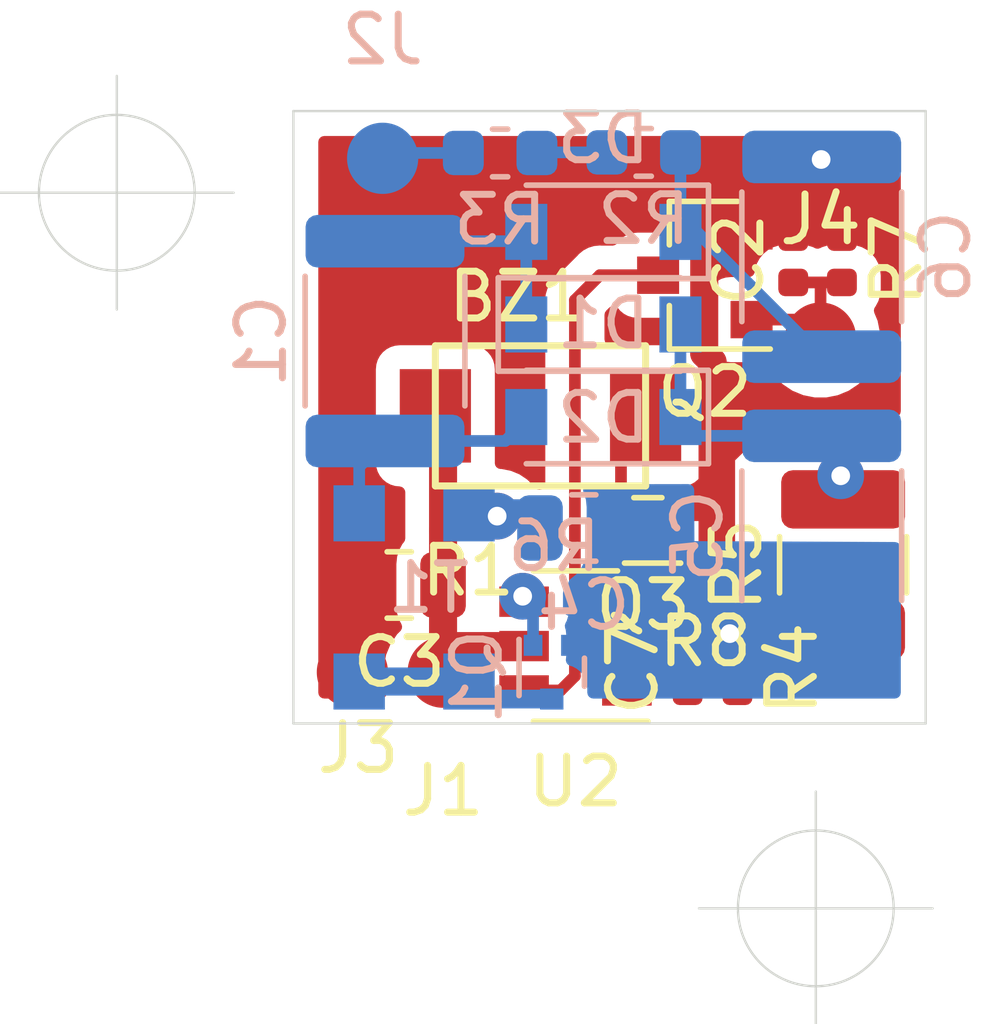
<source format=kicad_pcb>
(kicad_pcb (version 20171130) (host pcbnew 5.1.9+dfsg1-1~bpo10+1)

  (general
    (thickness 1.6)
    (drawings 6)
    (tracks 93)
    (zones 0)
    (modules 28)
    (nets 17)
  )

  (page A4 portrait)
  (layers
    (0 F.Cu signal)
    (31 B.Cu signal)
    (32 B.Adhes user)
    (33 F.Adhes user)
    (34 B.Paste user)
    (35 F.Paste user)
    (36 B.SilkS user)
    (37 F.SilkS user)
    (38 B.Mask user)
    (39 F.Mask user)
    (40 Dwgs.User user)
    (41 Cmts.User user)
    (42 Eco1.User user)
    (43 Eco2.User user)
    (44 Edge.Cuts user)
    (45 Margin user hide)
    (46 B.CrtYd user hide)
    (47 F.CrtYd user hide)
    (48 B.Fab user)
    (49 F.Fab user hide)
  )

  (setup
    (last_trace_width 0.25)
    (trace_clearance 0.2)
    (zone_clearance 0.508)
    (zone_45_only no)
    (trace_min 0.2)
    (via_size 0.8)
    (via_drill 0.4)
    (via_min_size 0.4)
    (via_min_drill 0.3)
    (uvia_size 0.3)
    (uvia_drill 0.1)
    (uvias_allowed no)
    (uvia_min_size 0.2)
    (uvia_min_drill 0.1)
    (edge_width 0.05)
    (segment_width 0.2)
    (pcb_text_width 0.3)
    (pcb_text_size 1.5 1.5)
    (mod_edge_width 0.12)
    (mod_text_size 1 1)
    (mod_text_width 0.15)
    (pad_size 1.524 1.524)
    (pad_drill 0.762)
    (pad_to_mask_clearance 0)
    (aux_axis_origin 0 0)
    (visible_elements FFFFFF7F)
    (pcbplotparams
      (layerselection 0x010fc_ffffffff)
      (usegerberextensions false)
      (usegerberattributes true)
      (usegerberadvancedattributes true)
      (creategerberjobfile true)
      (excludeedgelayer true)
      (linewidth 0.100000)
      (plotframeref false)
      (viasonmask false)
      (mode 1)
      (useauxorigin false)
      (hpglpennumber 1)
      (hpglpenspeed 20)
      (hpglpendiameter 15.000000)
      (psnegative false)
      (psa4output false)
      (plotreference true)
      (plotvalue true)
      (plotinvisibletext false)
      (padsonsilk false)
      (subtractmaskfromsilk false)
      (outputformat 1)
      (mirror false)
      (drillshape 1)
      (scaleselection 1)
      (outputdirectory ""))
  )

  (net 0 "")
  (net 1 GND)
  (net 2 "Net-(C1-Pad1)")
  (net 3 "Net-(C2-Pad1)")
  (net 4 +3V3)
  (net 5 "Net-(C4-Pad1)")
  (net 6 "Net-(C5-Pad1)")
  (net 7 "Net-(C6-Pad1)")
  (net 8 "Net-(C7-Pad1)")
  (net 9 "Net-(J2-Pad1)")
  (net 10 "Net-(Q1-Pad1)")
  (net 11 "Net-(Q1-Pad3)")
  (net 12 "Net-(C1-Pad2)")
  (net 13 "Net-(R2-Pad1)")
  (net 14 "Net-(Q2-Pad3)")
  (net 15 "Net-(Q3-Pad1)")
  (net 16 "Net-(BZ1-Pad2)")

  (net_class Default "This is the default net class."
    (clearance 0.2)
    (trace_width 0.25)
    (via_dia 0.8)
    (via_drill 0.4)
    (uvia_dia 0.3)
    (uvia_drill 0.1)
    (add_net +3V3)
    (add_net GND)
    (add_net "Net-(BZ1-Pad2)")
    (add_net "Net-(C1-Pad1)")
    (add_net "Net-(C1-Pad2)")
    (add_net "Net-(C2-Pad1)")
    (add_net "Net-(C4-Pad1)")
    (add_net "Net-(C5-Pad1)")
    (add_net "Net-(C6-Pad1)")
    (add_net "Net-(C7-Pad1)")
    (add_net "Net-(J2-Pad1)")
    (add_net "Net-(Q1-Pad1)")
    (add_net "Net-(Q1-Pad3)")
    (add_net "Net-(Q2-Pad3)")
    (add_net "Net-(Q3-Pad1)")
    (add_net "Net-(R2-Pad1)")
  )

  (module My-library:BuzerSMD (layer F.Cu) (tedit 604F1C23) (tstamp 624D5164)
    (at 37.0586 49.1236 180)
    (path /62548A5C)
    (fp_text reference BZ1 (at 0.5 2.55) (layer F.SilkS)
      (effects (font (size 1 1) (thickness 0.15)))
    )
    (fp_text value Buzzer (at -0.05 -2.45) (layer F.Fab)
      (effects (font (size 1 1) (thickness 0.15)))
    )
    (fp_line (start -2.25 1.5) (end -2.25 -1.5) (layer F.SilkS) (width 0.15))
    (fp_line (start 2.25 1.5) (end -2.25 1.5) (layer F.SilkS) (width 0.15))
    (fp_line (start 2.25 -1.5) (end 2.25 1.5) (layer F.SilkS) (width 0.15))
    (fp_line (start -2.25 -1.5) (end 2.25 -1.5) (layer F.SilkS) (width 0.15))
    (pad 2 smd rect (at -2.25 0 180) (size 1.524 2) (layers F.Cu F.Paste F.Mask)
      (net 16 "Net-(BZ1-Pad2)"))
    (pad 1 smd rect (at 2.25 0 180) (size 1.524 2) (layers F.Cu F.Paste F.Mask)
      (net 4 +3V3))
  )

  (module My-library:SMD-CONN (layer F.Cu) (tedit 5F4E134D) (tstamp 617C1B3C)
    (at 34.9758 54.61)
    (path /6189986E)
    (fp_text reference J1 (at 0 2.54) (layer F.SilkS)
      (effects (font (size 1 1) (thickness 0.15)))
    )
    (fp_text value +BAT (at 0 -2.54) (layer F.Fab)
      (effects (font (size 1 1) (thickness 0.15)))
    )
    (pad 1 smd circle (at 0 0) (size 1.524 1.524) (layers F.Cu F.Paste F.Mask)
      (net 4 +3V3))
  )

  (module Resistor_SMD:R_0402_1005Metric (layer F.Cu) (tedit 5B301BBD) (tstamp 624C0FFD)
    (at 40.5892 52.7812 180)
    (descr "Resistor SMD 0402 (1005 Metric), square (rectangular) end terminal, IPC_7351 nominal, (Body size source: http://www.tortai-tech.com/upload/download/2011102023233369053.pdf), generated with kicad-footprint-generator")
    (tags resistor)
    (path /624FE8AB)
    (attr smd)
    (fp_text reference R8 (at 0 -1.17) (layer F.SilkS)
      (effects (font (size 1 1) (thickness 0.15)))
    )
    (fp_text value 100k (at 0 1.17) (layer F.Fab)
      (effects (font (size 1 1) (thickness 0.15)))
    )
    (fp_line (start 0.93 0.47) (end -0.93 0.47) (layer F.CrtYd) (width 0.05))
    (fp_line (start 0.93 -0.47) (end 0.93 0.47) (layer F.CrtYd) (width 0.05))
    (fp_line (start -0.93 -0.47) (end 0.93 -0.47) (layer F.CrtYd) (width 0.05))
    (fp_line (start -0.93 0.47) (end -0.93 -0.47) (layer F.CrtYd) (width 0.05))
    (fp_line (start 0.5 0.25) (end -0.5 0.25) (layer F.Fab) (width 0.1))
    (fp_line (start 0.5 -0.25) (end 0.5 0.25) (layer F.Fab) (width 0.1))
    (fp_line (start -0.5 -0.25) (end 0.5 -0.25) (layer F.Fab) (width 0.1))
    (fp_line (start -0.5 0.25) (end -0.5 -0.25) (layer F.Fab) (width 0.1))
    (fp_text user %R (at 0 0) (layer F.Fab)
      (effects (font (size 0.25 0.25) (thickness 0.04)))
    )
    (pad 2 smd roundrect (at 0.485 0 180) (size 0.59 0.64) (layers F.Cu F.Paste F.Mask) (roundrect_rratio 0.25)
      (net 15 "Net-(Q3-Pad1)"))
    (pad 1 smd roundrect (at -0.485 0 180) (size 0.59 0.64) (layers F.Cu F.Paste F.Mask) (roundrect_rratio 0.25)
      (net 1 GND))
    (model ${KISYS3DMOD}/Resistor_SMD.3dshapes/R_0402_1005Metric.wrl
      (at (xyz 0 0 0))
      (scale (xyz 1 1 1))
      (rotate (xyz 0 0 0))
    )
  )

  (module Resistor_SMD:R_0402_1005Metric (layer F.Cu) (tedit 5B301BBD) (tstamp 624EE5A3)
    (at 43.5102 45.7835 270)
    (descr "Resistor SMD 0402 (1005 Metric), square (rectangular) end terminal, IPC_7351 nominal, (Body size source: http://www.tortai-tech.com/upload/download/2011102023233369053.pdf), generated with kicad-footprint-generator")
    (tags resistor)
    (path /624E0B44)
    (attr smd)
    (fp_text reference R7 (at 0 -1.17 90) (layer F.SilkS)
      (effects (font (size 1 1) (thickness 0.15)))
    )
    (fp_text value 10k (at 0 1.17 90) (layer F.Fab)
      (effects (font (size 1 1) (thickness 0.15)))
    )
    (fp_line (start 0.93 0.47) (end -0.93 0.47) (layer F.CrtYd) (width 0.05))
    (fp_line (start 0.93 -0.47) (end 0.93 0.47) (layer F.CrtYd) (width 0.05))
    (fp_line (start -0.93 -0.47) (end 0.93 -0.47) (layer F.CrtYd) (width 0.05))
    (fp_line (start -0.93 0.47) (end -0.93 -0.47) (layer F.CrtYd) (width 0.05))
    (fp_line (start 0.5 0.25) (end -0.5 0.25) (layer F.Fab) (width 0.1))
    (fp_line (start 0.5 -0.25) (end 0.5 0.25) (layer F.Fab) (width 0.1))
    (fp_line (start -0.5 -0.25) (end 0.5 -0.25) (layer F.Fab) (width 0.1))
    (fp_line (start -0.5 0.25) (end -0.5 -0.25) (layer F.Fab) (width 0.1))
    (fp_text user %R (at 0 0 90) (layer F.Fab)
      (effects (font (size 0.25 0.25) (thickness 0.04)))
    )
    (pad 2 smd roundrect (at 0.485 0 270) (size 0.59 0.64) (layers F.Cu F.Paste F.Mask) (roundrect_rratio 0.25)
      (net 3 "Net-(C2-Pad1)"))
    (pad 1 smd roundrect (at -0.485 0 270) (size 0.59 0.64) (layers F.Cu F.Paste F.Mask) (roundrect_rratio 0.25)
      (net 1 GND))
    (model ${KISYS3DMOD}/Resistor_SMD.3dshapes/R_0402_1005Metric.wrl
      (at (xyz 0 0 0))
      (scale (xyz 1 1 1))
      (rotate (xyz 0 0 0))
    )
  )

  (module Package_TO_SOT_SMD:SOT-723 (layer F.Cu) (tedit 5A29D5F9) (tstamp 624C0F2B)
    (at 39.3573 51.5747 180)
    (descr http://toshiba.semicon-storage.com/info/docget.jsp?did=5879&prodName=RN1104MFV)
    (tags "sot 723")
    (path /624FC070)
    (attr smd)
    (fp_text reference Q3 (at 0.1 -1.6) (layer F.SilkS)
      (effects (font (size 1 1) (thickness 0.15)))
    )
    (fp_text value RUM002N05 (at 0 1.75) (layer F.Fab)
      (effects (font (size 1 1) (thickness 0.15)))
    )
    (fp_line (start -0.9 -0.9) (end -0.9 -0.9) (layer F.CrtYd) (width 0.05))
    (fp_line (start -0.9 0.9) (end -0.9 -0.9) (layer F.CrtYd) (width 0.05))
    (fp_line (start 0.9 0.9) (end -0.9 0.9) (layer F.CrtYd) (width 0.05))
    (fp_line (start 0.9 -0.9) (end 0.9 0.9) (layer F.CrtYd) (width 0.05))
    (fp_line (start -0.9 -0.9) (end 0.9 -0.9) (layer F.CrtYd) (width 0.05))
    (fp_line (start 0.3 0.7) (end -0.3 0.7) (layer F.SilkS) (width 0.12))
    (fp_line (start -0.7 -0.7) (end -0.7 -0.7) (layer F.SilkS) (width 0.12))
    (fp_line (start 0.5 -0.7) (end -0.7 -0.7) (layer F.SilkS) (width 0.12))
    (fp_line (start -0.1 -0.6) (end 0.4 -0.6) (layer F.Fab) (width 0.1))
    (fp_line (start -0.4 -0.3) (end -0.1 -0.6) (layer F.Fab) (width 0.1))
    (fp_line (start -0.4 0.6) (end -0.4 -0.3) (layer F.Fab) (width 0.1))
    (fp_line (start 0.4 0.6) (end -0.4 0.6) (layer F.Fab) (width 0.1))
    (fp_line (start 0.4 -0.6) (end 0.4 0.6) (layer F.Fab) (width 0.1))
    (fp_text user %R (at 0 0 90) (layer F.Fab)
      (effects (font (size 0.2 0.2) (thickness 0.03)))
    )
    (pad 3 smd rect (at 0.575 0 180) (size 0.45 0.5) (layers F.Cu F.Paste F.Mask)
      (net 16 "Net-(BZ1-Pad2)"))
    (pad 2 smd rect (at -0.575 0.4 180) (size 0.45 0.4) (layers F.Cu F.Paste F.Mask)
      (net 1 GND))
    (pad 1 smd rect (at -0.575 -0.4 180) (size 0.45 0.4) (layers F.Cu F.Paste F.Mask)
      (net 15 "Net-(Q3-Pad1)"))
    (model ${KISYS3DMOD}/Package_TO_SOT_SMD.3dshapes/SOT-723.wrl
      (at (xyz 0 0 0))
      (scale (xyz 1 1 1))
      (rotate (xyz 0 0 0))
    )
  )

  (module Package_TO_SOT_SMD:SOT-23 (layer F.Cu) (tedit 5A02FF57) (tstamp 624EE5DF)
    (at 40.5765 46.1137 180)
    (descr "SOT-23, Standard")
    (tags SOT-23)
    (path /624E03F2)
    (attr smd)
    (fp_text reference Q2 (at 0 -2.5) (layer F.SilkS)
      (effects (font (size 1 1) (thickness 0.15)))
    )
    (fp_text value Q_NPN_BEC (at 0 2.5) (layer F.Fab)
      (effects (font (size 1 1) (thickness 0.15)))
    )
    (fp_line (start 0.76 1.58) (end -0.7 1.58) (layer F.SilkS) (width 0.12))
    (fp_line (start 0.76 -1.58) (end -1.4 -1.58) (layer F.SilkS) (width 0.12))
    (fp_line (start -1.7 1.75) (end -1.7 -1.75) (layer F.CrtYd) (width 0.05))
    (fp_line (start 1.7 1.75) (end -1.7 1.75) (layer F.CrtYd) (width 0.05))
    (fp_line (start 1.7 -1.75) (end 1.7 1.75) (layer F.CrtYd) (width 0.05))
    (fp_line (start -1.7 -1.75) (end 1.7 -1.75) (layer F.CrtYd) (width 0.05))
    (fp_line (start 0.76 -1.58) (end 0.76 -0.65) (layer F.SilkS) (width 0.12))
    (fp_line (start 0.76 1.58) (end 0.76 0.65) (layer F.SilkS) (width 0.12))
    (fp_line (start -0.7 1.52) (end 0.7 1.52) (layer F.Fab) (width 0.1))
    (fp_line (start 0.7 -1.52) (end 0.7 1.52) (layer F.Fab) (width 0.1))
    (fp_line (start -0.7 -0.95) (end -0.15 -1.52) (layer F.Fab) (width 0.1))
    (fp_line (start -0.15 -1.52) (end 0.7 -1.52) (layer F.Fab) (width 0.1))
    (fp_line (start -0.7 -0.95) (end -0.7 1.5) (layer F.Fab) (width 0.1))
    (fp_text user %R (at 0 0 90) (layer F.Fab)
      (effects (font (size 0.5 0.5) (thickness 0.075)))
    )
    (pad 3 smd rect (at 1 0 180) (size 0.9 0.8) (layers F.Cu F.Paste F.Mask)
      (net 14 "Net-(Q2-Pad3)"))
    (pad 2 smd rect (at -1 0.95 180) (size 0.9 0.8) (layers F.Cu F.Paste F.Mask)
      (net 1 GND))
    (pad 1 smd rect (at -1 -0.95 180) (size 0.9 0.8) (layers F.Cu F.Paste F.Mask)
      (net 3 "Net-(C2-Pad1)"))
    (model ${KISYS3DMOD}/Package_TO_SOT_SMD.3dshapes/SOT-23.wrl
      (at (xyz 0 0 0))
      (scale (xyz 1 1 1))
      (rotate (xyz 0 0 0))
    )
  )

  (module My-library:SMD-CONN (layer F.Cu) (tedit 5F4E134D) (tstamp 624EE5C3)
    (at 43.053 47.4599 180)
    (path /624E7EDC)
    (fp_text reference J4 (at 0 2.54) (layer F.SilkS)
      (effects (font (size 1 1) (thickness 0.15)))
    )
    (fp_text value -GM (at 0 -2.54) (layer F.Fab)
      (effects (font (size 1 1) (thickness 0.15)))
    )
    (pad 1 smd circle (at 0 0 180) (size 1.524 1.524) (layers F.Cu F.Paste F.Mask)
      (net 3 "Net-(C2-Pad1)"))
  )

  (module Capacitor_SMD:C_0402_1005Metric (layer F.Cu) (tedit 5B301BBE) (tstamp 624EE570)
    (at 42.4688 45.7835 90)
    (descr "Capacitor SMD 0402 (1005 Metric), square (rectangular) end terminal, IPC_7351 nominal, (Body size source: http://www.tortai-tech.com/upload/download/2011102023233369053.pdf), generated with kicad-footprint-generator")
    (tags capacitor)
    (path /624E12F8)
    (attr smd)
    (fp_text reference C2 (at 0 -1.17 90) (layer F.SilkS)
      (effects (font (size 1 1) (thickness 0.15)))
    )
    (fp_text value 200 (at 0 1.17 90) (layer F.Fab)
      (effects (font (size 1 1) (thickness 0.15)))
    )
    (fp_line (start 0.93 0.47) (end -0.93 0.47) (layer F.CrtYd) (width 0.05))
    (fp_line (start 0.93 -0.47) (end 0.93 0.47) (layer F.CrtYd) (width 0.05))
    (fp_line (start -0.93 -0.47) (end 0.93 -0.47) (layer F.CrtYd) (width 0.05))
    (fp_line (start -0.93 0.47) (end -0.93 -0.47) (layer F.CrtYd) (width 0.05))
    (fp_line (start 0.5 0.25) (end -0.5 0.25) (layer F.Fab) (width 0.1))
    (fp_line (start 0.5 -0.25) (end 0.5 0.25) (layer F.Fab) (width 0.1))
    (fp_line (start -0.5 -0.25) (end 0.5 -0.25) (layer F.Fab) (width 0.1))
    (fp_line (start -0.5 0.25) (end -0.5 -0.25) (layer F.Fab) (width 0.1))
    (fp_text user %R (at 0 0 90) (layer F.Fab)
      (effects (font (size 0.25 0.25) (thickness 0.04)))
    )
    (pad 2 smd roundrect (at 0.485 0 90) (size 0.59 0.64) (layers F.Cu F.Paste F.Mask) (roundrect_rratio 0.25)
      (net 1 GND))
    (pad 1 smd roundrect (at -0.485 0 90) (size 0.59 0.64) (layers F.Cu F.Paste F.Mask) (roundrect_rratio 0.25)
      (net 3 "Net-(C2-Pad1)"))
    (model ${KISYS3DMOD}/Capacitor_SMD.3dshapes/C_0402_1005Metric.wrl
      (at (xyz 0 0 0))
      (scale (xyz 1 1 1))
      (rotate (xyz 0 0 0))
    )
  )

  (module Resistor_SMD:R_0402_1005Metric (layer B.Cu) (tedit 5B301BBD) (tstamp 61B87E15)
    (at 37.3507 53.086 180)
    (descr "Resistor SMD 0402 (1005 Metric), square (rectangular) end terminal, IPC_7351 nominal, (Body size source: http://www.tortai-tech.com/upload/download/2011102023233369053.pdf), generated with kicad-footprint-generator")
    (tags resistor)
    (path /61B88C26)
    (attr smd)
    (fp_text reference R6 (at 0 1.17) (layer B.SilkS)
      (effects (font (size 1 1) (thickness 0.15)) (justify mirror))
    )
    (fp_text value 100k (at 0 -1.17) (layer B.Fab)
      (effects (font (size 1 1) (thickness 0.15)) (justify mirror))
    )
    (fp_line (start 0.93 -0.47) (end -0.93 -0.47) (layer B.CrtYd) (width 0.05))
    (fp_line (start 0.93 0.47) (end 0.93 -0.47) (layer B.CrtYd) (width 0.05))
    (fp_line (start -0.93 0.47) (end 0.93 0.47) (layer B.CrtYd) (width 0.05))
    (fp_line (start -0.93 -0.47) (end -0.93 0.47) (layer B.CrtYd) (width 0.05))
    (fp_line (start 0.5 -0.25) (end -0.5 -0.25) (layer B.Fab) (width 0.1))
    (fp_line (start 0.5 0.25) (end 0.5 -0.25) (layer B.Fab) (width 0.1))
    (fp_line (start -0.5 0.25) (end 0.5 0.25) (layer B.Fab) (width 0.1))
    (fp_line (start -0.5 -0.25) (end -0.5 0.25) (layer B.Fab) (width 0.1))
    (fp_text user %R (at 0 0) (layer B.Fab)
      (effects (font (size 0.25 0.25) (thickness 0.04)) (justify mirror))
    )
    (pad 2 smd roundrect (at 0.485 0 180) (size 0.59 0.64) (layers B.Cu B.Paste B.Mask) (roundrect_rratio 0.25)
      (net 10 "Net-(Q1-Pad1)"))
    (pad 1 smd roundrect (at -0.485 0 180) (size 0.59 0.64) (layers B.Cu B.Paste B.Mask) (roundrect_rratio 0.25)
      (net 1 GND))
    (model ${KISYS3DMOD}/Resistor_SMD.3dshapes/R_0402_1005Metric.wrl
      (at (xyz 0 0 0))
      (scale (xyz 1 1 1))
      (rotate (xyz 0 0 0))
    )
  )

  (module Resistor_SMD:R_1210_3225Metric (layer F.Cu) (tedit 5B301BBD) (tstamp 617C1B89)
    (at 43.5356 52.3113 90)
    (descr "Resistor SMD 1210 (3225 Metric), square (rectangular) end terminal, IPC_7351 nominal, (Body size source: http://www.tortai-tech.com/upload/download/2011102023233369053.pdf), generated with kicad-footprint-generator")
    (tags resistor)
    (path /6187C5ED)
    (attr smd)
    (fp_text reference R5 (at 0 -2.28 90) (layer F.SilkS)
      (effects (font (size 1 1) (thickness 0.15)))
    )
    (fp_text value 5G (at 0 2.28 90) (layer F.Fab)
      (effects (font (size 1 1) (thickness 0.15)))
    )
    (fp_line (start 2.28 1.58) (end -2.28 1.58) (layer F.CrtYd) (width 0.05))
    (fp_line (start 2.28 -1.58) (end 2.28 1.58) (layer F.CrtYd) (width 0.05))
    (fp_line (start -2.28 -1.58) (end 2.28 -1.58) (layer F.CrtYd) (width 0.05))
    (fp_line (start -2.28 1.58) (end -2.28 -1.58) (layer F.CrtYd) (width 0.05))
    (fp_line (start -0.602064 1.36) (end 0.602064 1.36) (layer F.SilkS) (width 0.12))
    (fp_line (start -0.602064 -1.36) (end 0.602064 -1.36) (layer F.SilkS) (width 0.12))
    (fp_line (start 1.6 1.25) (end -1.6 1.25) (layer F.Fab) (width 0.1))
    (fp_line (start 1.6 -1.25) (end 1.6 1.25) (layer F.Fab) (width 0.1))
    (fp_line (start -1.6 -1.25) (end 1.6 -1.25) (layer F.Fab) (width 0.1))
    (fp_line (start -1.6 1.25) (end -1.6 -1.25) (layer F.Fab) (width 0.1))
    (fp_text user %R (at 0 0 90) (layer F.Fab)
      (effects (font (size 0.8 0.8) (thickness 0.12)))
    )
    (pad 2 smd roundrect (at 1.4 0 90) (size 1.25 2.65) (layers F.Cu F.Paste F.Mask) (roundrect_rratio 0.2)
      (net 6 "Net-(C5-Pad1)"))
    (pad 1 smd roundrect (at -1.4 0 90) (size 1.25 2.65) (layers F.Cu F.Paste F.Mask) (roundrect_rratio 0.2)
      (net 8 "Net-(C7-Pad1)"))
    (model ${KISYS3DMOD}/Resistor_SMD.3dshapes/R_1210_3225Metric.wrl
      (at (xyz 0 0 0))
      (scale (xyz 1 1 1))
      (rotate (xyz 0 0 0))
    )
  )

  (module Resistor_SMD:R_0402_1005Metric (layer F.Cu) (tedit 5B301BBD) (tstamp 617C1B67)
    (at 41.275 54.5338 270)
    (descr "Resistor SMD 0402 (1005 Metric), square (rectangular) end terminal, IPC_7351 nominal, (Body size source: http://www.tortai-tech.com/upload/download/2011102023233369053.pdf), generated with kicad-footprint-generator")
    (tags resistor)
    (path /6188C9F1)
    (attr smd)
    (fp_text reference R4 (at 0 -1.17 90) (layer F.SilkS)
      (effects (font (size 1 1) (thickness 0.15)))
    )
    (fp_text value 30M* (at 0 1.17 90) (layer F.Fab)
      (effects (font (size 1 1) (thickness 0.15)))
    )
    (fp_line (start 0.93 0.47) (end -0.93 0.47) (layer F.CrtYd) (width 0.05))
    (fp_line (start 0.93 -0.47) (end 0.93 0.47) (layer F.CrtYd) (width 0.05))
    (fp_line (start -0.93 -0.47) (end 0.93 -0.47) (layer F.CrtYd) (width 0.05))
    (fp_line (start -0.93 0.47) (end -0.93 -0.47) (layer F.CrtYd) (width 0.05))
    (fp_line (start 0.5 0.25) (end -0.5 0.25) (layer F.Fab) (width 0.1))
    (fp_line (start 0.5 -0.25) (end 0.5 0.25) (layer F.Fab) (width 0.1))
    (fp_line (start -0.5 -0.25) (end 0.5 -0.25) (layer F.Fab) (width 0.1))
    (fp_line (start -0.5 0.25) (end -0.5 -0.25) (layer F.Fab) (width 0.1))
    (fp_text user %R (at 0 0 90) (layer F.Fab)
      (effects (font (size 0.25 0.25) (thickness 0.04)))
    )
    (pad 2 smd roundrect (at 0.485 0 270) (size 0.59 0.64) (layers F.Cu F.Paste F.Mask) (roundrect_rratio 0.25)
      (net 8 "Net-(C7-Pad1)"))
    (pad 1 smd roundrect (at -0.485 0 270) (size 0.59 0.64) (layers F.Cu F.Paste F.Mask) (roundrect_rratio 0.25)
      (net 1 GND))
    (model ${KISYS3DMOD}/Resistor_SMD.3dshapes/R_0402_1005Metric.wrl
      (at (xyz 0 0 0))
      (scale (xyz 1 1 1))
      (rotate (xyz 0 0 0))
    )
  )

  (module Resistor_SMD:R_0402_1005Metric (layer F.Cu) (tedit 5B301BBD) (tstamp 617C1B78)
    (at 35.5092 51.2699 180)
    (descr "Resistor SMD 0402 (1005 Metric), square (rectangular) end terminal, IPC_7351 nominal, (Body size source: http://www.tortai-tech.com/upload/download/2011102023233369053.pdf), generated with kicad-footprint-generator")
    (tags resistor)
    (path /6185A482)
    (attr smd)
    (fp_text reference R1 (at 0 -1.17) (layer F.SilkS)
      (effects (font (size 1 1) (thickness 0.15)))
    )
    (fp_text value 47 (at 0 1.17) (layer F.Fab)
      (effects (font (size 1 1) (thickness 0.15)))
    )
    (fp_line (start 0.93 0.47) (end -0.93 0.47) (layer F.CrtYd) (width 0.05))
    (fp_line (start 0.93 -0.47) (end 0.93 0.47) (layer F.CrtYd) (width 0.05))
    (fp_line (start -0.93 -0.47) (end 0.93 -0.47) (layer F.CrtYd) (width 0.05))
    (fp_line (start -0.93 0.47) (end -0.93 -0.47) (layer F.CrtYd) (width 0.05))
    (fp_line (start 0.5 0.25) (end -0.5 0.25) (layer F.Fab) (width 0.1))
    (fp_line (start 0.5 -0.25) (end 0.5 0.25) (layer F.Fab) (width 0.1))
    (fp_line (start -0.5 -0.25) (end 0.5 -0.25) (layer F.Fab) (width 0.1))
    (fp_line (start -0.5 0.25) (end -0.5 -0.25) (layer F.Fab) (width 0.1))
    (fp_text user %R (at 0 0) (layer F.Fab)
      (effects (font (size 0.25 0.25) (thickness 0.04)))
    )
    (pad 2 smd roundrect (at 0.485 0 180) (size 0.59 0.64) (layers F.Cu F.Paste F.Mask) (roundrect_rratio 0.25)
      (net 4 +3V3))
    (pad 1 smd roundrect (at -0.485 0 180) (size 0.59 0.64) (layers F.Cu F.Paste F.Mask) (roundrect_rratio 0.25)
      (net 5 "Net-(C4-Pad1)"))
    (model ${KISYS3DMOD}/Resistor_SMD.3dshapes/R_0402_1005Metric.wrl
      (at (xyz 0 0 0))
      (scale (xyz 1 1 1))
      (rotate (xyz 0 0 0))
    )
  )

  (module Package_TO_SOT_SMD:SOT-723 (layer B.Cu) (tedit 5A29D5F9) (tstamp 617C1B56)
    (at 37.2999 54.61 270)
    (descr http://toshiba.semicon-storage.com/info/docget.jsp?did=5879&prodName=RN1104MFV)
    (tags "sot 723")
    (path /6185B1E9)
    (attr smd)
    (fp_text reference Q1 (at 0.1 1.6 90) (layer B.SilkS)
      (effects (font (size 1 1) (thickness 0.15)) (justify mirror))
    )
    (fp_text value RUM002N05 (at 0 -1.75 90) (layer B.Fab)
      (effects (font (size 1 1) (thickness 0.15)) (justify mirror))
    )
    (fp_line (start -0.9 0.9) (end -0.9 0.9) (layer B.CrtYd) (width 0.05))
    (fp_line (start -0.9 -0.9) (end -0.9 0.9) (layer B.CrtYd) (width 0.05))
    (fp_line (start 0.9 -0.9) (end -0.9 -0.9) (layer B.CrtYd) (width 0.05))
    (fp_line (start 0.9 0.9) (end 0.9 -0.9) (layer B.CrtYd) (width 0.05))
    (fp_line (start -0.9 0.9) (end 0.9 0.9) (layer B.CrtYd) (width 0.05))
    (fp_line (start 0.3 -0.7) (end -0.3 -0.7) (layer B.SilkS) (width 0.12))
    (fp_line (start -0.7 0.7) (end -0.7 0.7) (layer B.SilkS) (width 0.12))
    (fp_line (start 0.5 0.7) (end -0.7 0.7) (layer B.SilkS) (width 0.12))
    (fp_line (start -0.1 0.6) (end 0.4 0.6) (layer B.Fab) (width 0.1))
    (fp_line (start -0.4 0.3) (end -0.1 0.6) (layer B.Fab) (width 0.1))
    (fp_line (start -0.4 -0.6) (end -0.4 0.3) (layer B.Fab) (width 0.1))
    (fp_line (start 0.4 -0.6) (end -0.4 -0.6) (layer B.Fab) (width 0.1))
    (fp_line (start 0.4 0.6) (end 0.4 -0.6) (layer B.Fab) (width 0.1))
    (fp_text user %R (at 0 0 180) (layer B.Fab)
      (effects (font (size 0.2 0.2) (thickness 0.03)) (justify mirror))
    )
    (pad 3 smd rect (at 0.575 0 270) (size 0.45 0.5) (layers B.Cu B.Paste B.Mask)
      (net 11 "Net-(Q1-Pad3)"))
    (pad 2 smd rect (at -0.575 -0.4 270) (size 0.45 0.4) (layers B.Cu B.Paste B.Mask)
      (net 1 GND))
    (pad 1 smd rect (at -0.575 0.4 270) (size 0.45 0.4) (layers B.Cu B.Paste B.Mask)
      (net 10 "Net-(Q1-Pad1)"))
    (model ${KISYS3DMOD}/Package_TO_SOT_SMD.3dshapes/SOT-723.wrl
      (at (xyz 0 0 0))
      (scale (xyz 1 1 1))
      (rotate (xyz 0 0 0))
    )
  )

  (module Capacitor_SMD:C_0402_1005Metric (layer F.Cu) (tedit 5B301BBE) (tstamp 617C1A8B)
    (at 40.2082 54.5338 90)
    (descr "Capacitor SMD 0402 (1005 Metric), square (rectangular) end terminal, IPC_7351 nominal, (Body size source: http://www.tortai-tech.com/upload/download/2011102023233369053.pdf), generated with kicad-footprint-generator")
    (tags capacitor)
    (path /618779C3)
    (attr smd)
    (fp_text reference C7 (at 0 -1.17 90) (layer F.SilkS)
      (effects (font (size 1 1) (thickness 0.15)))
    )
    (fp_text value 100 (at 0 1.17 90) (layer F.Fab)
      (effects (font (size 1 1) (thickness 0.15)))
    )
    (fp_line (start 0.93 0.47) (end -0.93 0.47) (layer F.CrtYd) (width 0.05))
    (fp_line (start 0.93 -0.47) (end 0.93 0.47) (layer F.CrtYd) (width 0.05))
    (fp_line (start -0.93 -0.47) (end 0.93 -0.47) (layer F.CrtYd) (width 0.05))
    (fp_line (start -0.93 0.47) (end -0.93 -0.47) (layer F.CrtYd) (width 0.05))
    (fp_line (start 0.5 0.25) (end -0.5 0.25) (layer F.Fab) (width 0.1))
    (fp_line (start 0.5 -0.25) (end 0.5 0.25) (layer F.Fab) (width 0.1))
    (fp_line (start -0.5 -0.25) (end 0.5 -0.25) (layer F.Fab) (width 0.1))
    (fp_line (start -0.5 0.25) (end -0.5 -0.25) (layer F.Fab) (width 0.1))
    (fp_text user %R (at 0 0 90) (layer F.Fab)
      (effects (font (size 0.25 0.25) (thickness 0.04)))
    )
    (pad 2 smd roundrect (at 0.485 0 90) (size 0.59 0.64) (layers F.Cu F.Paste F.Mask) (roundrect_rratio 0.25)
      (net 1 GND))
    (pad 1 smd roundrect (at -0.485 0 90) (size 0.59 0.64) (layers F.Cu F.Paste F.Mask) (roundrect_rratio 0.25)
      (net 8 "Net-(C7-Pad1)"))
    (model ${KISYS3DMOD}/Capacitor_SMD.3dshapes/C_0402_1005Metric.wrl
      (at (xyz 0 0 0))
      (scale (xyz 1 1 1))
      (rotate (xyz 0 0 0))
    )
  )

  (module My-library:SMD-CONN (layer F.Cu) (tedit 5F5CA611) (tstamp 61B6154A)
    (at 33.0327 54.61)
    (path /61B9B598)
    (fp_text reference J3 (at 0.125 1.625) (layer F.SilkS)
      (effects (font (size 1 1) (thickness 0.15)))
    )
    (fp_text value -BAT (at 0 -1.425) (layer F.Fab)
      (effects (font (size 1 1) (thickness 0.15)))
    )
    (pad 1 smd circle (at 0 0) (size 1.524 1.524) (layers F.Cu F.Paste F.Mask)
      (net 1 GND))
  )

  (module My-library:B82801A1 (layer B.Cu) (tedit 5F9FF462) (tstamp 61B5EFF9)
    (at 34.3535 53.0098)
    (path /6185A86F)
    (fp_text reference T1 (at 0.31 -0.2) (layer B.SilkS)
      (effects (font (size 1 1) (thickness 0.15)) (justify mirror))
    )
    (fp_text value B82801A150 (at 0.5 3.45) (layer B.Fab)
      (effects (font (size 1 1) (thickness 0.15)) (justify mirror))
    )
    (fp_line (start -2.55 2.4) (end 1.78 2.4) (layer B.Fab) (width 0.15))
    (fp_line (start -2.55 -2.41) (end -2.55 2.4) (layer B.Fab) (width 0.15))
    (fp_line (start 1.76 -2.41) (end -2.55 -2.41) (layer B.Fab) (width 0.15))
    (fp_line (start 1.78 2.4) (end 1.76 -2.41) (layer B.Fab) (width 0.15))
    (pad 2 smd rect (at -1.175 1.8) (size 1.1 1.2) (layers B.Cu B.Paste B.Mask)
      (net 11 "Net-(Q1-Pad3)"))
    (pad 1 smd rect (at -1.175 -1.8) (size 1.1 1.2) (layers B.Cu B.Paste B.Mask)
      (net 12 "Net-(C1-Pad2)"))
    (pad 3 smd rect (at 1.175 1.8) (size 1.1 1.2) (layers B.Cu B.Paste B.Mask)
      (net 11 "Net-(Q1-Pad3)"))
    (pad 4 smd rect (at 1.175 -1.8) (size 1.1 1.2) (layers B.Cu B.Paste B.Mask)
      (net 5 "Net-(C4-Pad1)"))
  )

  (module Capacitor_SMD:C_1812_4532Metric (layer B.Cu) (tedit 5B301BBE) (tstamp 617C1AE0)
    (at 43.0784 45.72 90)
    (descr "Capacitor SMD 1812 (4532 Metric), square (rectangular) end terminal, IPC_7351 nominal, (Body size source: https://www.nikhef.nl/pub/departments/mt/projects/detectorR_D/dtddice/ERJ2G.pdf), generated with kicad-footprint-generator")
    (tags capacitor)
    (path /6186518A)
    (attr smd)
    (fp_text reference C6 (at 0 2.65 90) (layer B.SilkS)
      (effects (font (size 1 1) (thickness 0.15)) (justify mirror))
    )
    (fp_text value 10n (at 0 -2.65 90) (layer B.Fab)
      (effects (font (size 1 1) (thickness 0.15)) (justify mirror))
    )
    (fp_line (start 2.95 -1.95) (end -2.95 -1.95) (layer B.CrtYd) (width 0.05))
    (fp_line (start 2.95 1.95) (end 2.95 -1.95) (layer B.CrtYd) (width 0.05))
    (fp_line (start -2.95 1.95) (end 2.95 1.95) (layer B.CrtYd) (width 0.05))
    (fp_line (start -2.95 -1.95) (end -2.95 1.95) (layer B.CrtYd) (width 0.05))
    (fp_line (start -1.386252 -1.71) (end 1.386252 -1.71) (layer B.SilkS) (width 0.12))
    (fp_line (start -1.386252 1.71) (end 1.386252 1.71) (layer B.SilkS) (width 0.12))
    (fp_line (start 2.25 -1.6) (end -2.25 -1.6) (layer B.Fab) (width 0.1))
    (fp_line (start 2.25 1.6) (end 2.25 -1.6) (layer B.Fab) (width 0.1))
    (fp_line (start -2.25 1.6) (end 2.25 1.6) (layer B.Fab) (width 0.1))
    (fp_line (start -2.25 -1.6) (end -2.25 1.6) (layer B.Fab) (width 0.1))
    (fp_text user %R (at 0 0 90) (layer B.Fab)
      (effects (font (size 1 1) (thickness 0.15)) (justify mirror))
    )
    (pad 2 smd roundrect (at 2.1375 0 90) (size 1.125 3.4) (layers B.Cu B.Paste B.Mask) (roundrect_rratio 0.222222)
      (net 1 GND))
    (pad 1 smd roundrect (at -2.1375 0 90) (size 1.125 3.4) (layers B.Cu B.Paste B.Mask) (roundrect_rratio 0.222222)
      (net 7 "Net-(C6-Pad1)"))
    (model ${KISYS3DMOD}/Capacitor_SMD.3dshapes/C_1812_4532Metric.wrl
      (at (xyz 0 0 0))
      (scale (xyz 1 1 1))
      (rotate (xyz 0 0 0))
    )
  )

  (module Capacitor_SMD:C_1812_4532Metric (layer B.Cu) (tedit 5B301BBE) (tstamp 617C1ACF)
    (at 43.0784 51.689 270)
    (descr "Capacitor SMD 1812 (4532 Metric), square (rectangular) end terminal, IPC_7351 nominal, (Body size source: https://www.nikhef.nl/pub/departments/mt/projects/detectorR_D/dtddice/ERJ2G.pdf), generated with kicad-footprint-generator")
    (tags capacitor)
    (path /6185A15E)
    (attr smd)
    (fp_text reference C5 (at 0 2.65 90) (layer B.SilkS)
      (effects (font (size 1 1) (thickness 0.15)) (justify mirror))
    )
    (fp_text value 10n (at 0 -2.65 90) (layer B.Fab)
      (effects (font (size 1 1) (thickness 0.15)) (justify mirror))
    )
    (fp_line (start 2.95 -1.95) (end -2.95 -1.95) (layer B.CrtYd) (width 0.05))
    (fp_line (start 2.95 1.95) (end 2.95 -1.95) (layer B.CrtYd) (width 0.05))
    (fp_line (start -2.95 1.95) (end 2.95 1.95) (layer B.CrtYd) (width 0.05))
    (fp_line (start -2.95 -1.95) (end -2.95 1.95) (layer B.CrtYd) (width 0.05))
    (fp_line (start -1.386252 -1.71) (end 1.386252 -1.71) (layer B.SilkS) (width 0.12))
    (fp_line (start -1.386252 1.71) (end 1.386252 1.71) (layer B.SilkS) (width 0.12))
    (fp_line (start 2.25 -1.6) (end -2.25 -1.6) (layer B.Fab) (width 0.1))
    (fp_line (start 2.25 1.6) (end 2.25 -1.6) (layer B.Fab) (width 0.1))
    (fp_line (start -2.25 1.6) (end 2.25 1.6) (layer B.Fab) (width 0.1))
    (fp_line (start -2.25 -1.6) (end -2.25 1.6) (layer B.Fab) (width 0.1))
    (fp_text user %R (at 0 0 90) (layer B.Fab)
      (effects (font (size 1 1) (thickness 0.15)) (justify mirror))
    )
    (pad 2 smd roundrect (at 2.1375 0 270) (size 1.125 3.4) (layers B.Cu B.Paste B.Mask) (roundrect_rratio 0.222222)
      (net 1 GND))
    (pad 1 smd roundrect (at -2.1375 0 270) (size 1.125 3.4) (layers B.Cu B.Paste B.Mask) (roundrect_rratio 0.222222)
      (net 6 "Net-(C5-Pad1)"))
    (model ${KISYS3DMOD}/Capacitor_SMD.3dshapes/C_1812_4532Metric.wrl
      (at (xyz 0 0 0))
      (scale (xyz 1 1 1))
      (rotate (xyz 0 0 0))
    )
  )

  (module Capacitor_SMD:C_1812_4532Metric (layer B.Cu) (tedit 5B301BBE) (tstamp 617C1ABE)
    (at 33.7312 47.5234 270)
    (descr "Capacitor SMD 1812 (4532 Metric), square (rectangular) end terminal, IPC_7351 nominal, (Body size source: https://www.nikhef.nl/pub/departments/mt/projects/detectorR_D/dtddice/ERJ2G.pdf), generated with kicad-footprint-generator")
    (tags capacitor)
    (path /6186558C)
    (attr smd)
    (fp_text reference C1 (at 0 2.65 90) (layer B.SilkS)
      (effects (font (size 1 1) (thickness 0.15)) (justify mirror))
    )
    (fp_text value 10n (at 0 -2.65 90) (layer B.Fab)
      (effects (font (size 1 1) (thickness 0.15)) (justify mirror))
    )
    (fp_line (start 2.95 -1.95) (end -2.95 -1.95) (layer B.CrtYd) (width 0.05))
    (fp_line (start 2.95 1.95) (end 2.95 -1.95) (layer B.CrtYd) (width 0.05))
    (fp_line (start -2.95 1.95) (end 2.95 1.95) (layer B.CrtYd) (width 0.05))
    (fp_line (start -2.95 -1.95) (end -2.95 1.95) (layer B.CrtYd) (width 0.05))
    (fp_line (start -1.386252 -1.71) (end 1.386252 -1.71) (layer B.SilkS) (width 0.12))
    (fp_line (start -1.386252 1.71) (end 1.386252 1.71) (layer B.SilkS) (width 0.12))
    (fp_line (start 2.25 -1.6) (end -2.25 -1.6) (layer B.Fab) (width 0.1))
    (fp_line (start 2.25 1.6) (end 2.25 -1.6) (layer B.Fab) (width 0.1))
    (fp_line (start -2.25 1.6) (end 2.25 1.6) (layer B.Fab) (width 0.1))
    (fp_line (start -2.25 -1.6) (end -2.25 1.6) (layer B.Fab) (width 0.1))
    (fp_text user %R (at 0 0 90) (layer B.Fab)
      (effects (font (size 1 1) (thickness 0.15)) (justify mirror))
    )
    (pad 2 smd roundrect (at 2.1375 0 270) (size 1.125 3.4) (layers B.Cu B.Paste B.Mask) (roundrect_rratio 0.222222)
      (net 12 "Net-(C1-Pad2)"))
    (pad 1 smd roundrect (at -2.1375 0 270) (size 1.125 3.4) (layers B.Cu B.Paste B.Mask) (roundrect_rratio 0.222222)
      (net 2 "Net-(C1-Pad1)"))
    (model ${KISYS3DMOD}/Capacitor_SMD.3dshapes/C_1812_4532Metric.wrl
      (at (xyz 0 0 0))
      (scale (xyz 1 1 1))
      (rotate (xyz 0 0 0))
    )
  )

  (module Package_TO_SOT_SMD:SOT-23-6 (layer F.Cu) (tedit 5A02FF57) (tstamp 617C1BD6)
    (at 37.8079 54.0512 180)
    (descr "6-pin SOT-23 package")
    (tags SOT-23-6)
    (path /61859C20)
    (attr smd)
    (fp_text reference U2 (at 0 -2.9) (layer F.SilkS)
      (effects (font (size 1 1) (thickness 0.15)))
    )
    (fp_text value PIC10F206-IOT (at 0 2.9) (layer F.Fab)
      (effects (font (size 1 1) (thickness 0.15)))
    )
    (fp_line (start 0.9 -1.55) (end 0.9 1.55) (layer F.Fab) (width 0.1))
    (fp_line (start 0.9 1.55) (end -0.9 1.55) (layer F.Fab) (width 0.1))
    (fp_line (start -0.9 -0.9) (end -0.9 1.55) (layer F.Fab) (width 0.1))
    (fp_line (start 0.9 -1.55) (end -0.25 -1.55) (layer F.Fab) (width 0.1))
    (fp_line (start -0.9 -0.9) (end -0.25 -1.55) (layer F.Fab) (width 0.1))
    (fp_line (start -1.9 -1.8) (end -1.9 1.8) (layer F.CrtYd) (width 0.05))
    (fp_line (start -1.9 1.8) (end 1.9 1.8) (layer F.CrtYd) (width 0.05))
    (fp_line (start 1.9 1.8) (end 1.9 -1.8) (layer F.CrtYd) (width 0.05))
    (fp_line (start 1.9 -1.8) (end -1.9 -1.8) (layer F.CrtYd) (width 0.05))
    (fp_line (start 0.9 -1.61) (end -1.55 -1.61) (layer F.SilkS) (width 0.12))
    (fp_line (start -0.9 1.61) (end 0.9 1.61) (layer F.SilkS) (width 0.12))
    (fp_text user %R (at 0 0 90) (layer F.Fab)
      (effects (font (size 0.5 0.5) (thickness 0.075)))
    )
    (pad 5 smd rect (at 1.1 0 180) (size 1.06 0.65) (layers F.Cu F.Paste F.Mask)
      (net 4 +3V3))
    (pad 6 smd rect (at 1.1 -0.95 180) (size 1.06 0.65) (layers F.Cu F.Paste F.Mask)
      (net 14 "Net-(Q2-Pad3)"))
    (pad 4 smd rect (at 1.1 0.95 180) (size 1.06 0.65) (layers F.Cu F.Paste F.Mask)
      (net 10 "Net-(Q1-Pad1)"))
    (pad 3 smd rect (at -1.1 0.95 180) (size 1.06 0.65) (layers F.Cu F.Paste F.Mask)
      (net 15 "Net-(Q3-Pad1)"))
    (pad 2 smd rect (at -1.1 0 180) (size 1.06 0.65) (layers F.Cu F.Paste F.Mask)
      (net 1 GND))
    (pad 1 smd rect (at -1.1 -0.95 180) (size 1.06 0.65) (layers F.Cu F.Paste F.Mask)
      (net 8 "Net-(C7-Pad1)"))
    (model ${KISYS3DMOD}/Package_TO_SOT_SMD.3dshapes/SOT-23-6.wrl
      (at (xyz 0 0 0))
      (scale (xyz 1 1 1))
      (rotate (xyz 0 0 0))
    )
  )

  (module Resistor_SMD:R_0603_1608Metric (layer B.Cu) (tedit 5B301BBD) (tstamp 617C1BAB)
    (at 36.195 43.4975)
    (descr "Resistor SMD 0603 (1608 Metric), square (rectangular) end terminal, IPC_7351 nominal, (Body size source: http://www.tortai-tech.com/upload/download/2011102023233369053.pdf), generated with kicad-footprint-generator")
    (tags resistor)
    (path /6189B7D6)
    (attr smd)
    (fp_text reference R3 (at 0 1.43) (layer B.SilkS)
      (effects (font (size 1 1) (thickness 0.15)) (justify mirror))
    )
    (fp_text value 4.7M (at 0 -1.43) (layer B.Fab)
      (effects (font (size 1 1) (thickness 0.15)) (justify mirror))
    )
    (fp_line (start 1.48 -0.73) (end -1.48 -0.73) (layer B.CrtYd) (width 0.05))
    (fp_line (start 1.48 0.73) (end 1.48 -0.73) (layer B.CrtYd) (width 0.05))
    (fp_line (start -1.48 0.73) (end 1.48 0.73) (layer B.CrtYd) (width 0.05))
    (fp_line (start -1.48 -0.73) (end -1.48 0.73) (layer B.CrtYd) (width 0.05))
    (fp_line (start -0.162779 -0.51) (end 0.162779 -0.51) (layer B.SilkS) (width 0.12))
    (fp_line (start -0.162779 0.51) (end 0.162779 0.51) (layer B.SilkS) (width 0.12))
    (fp_line (start 0.8 -0.4) (end -0.8 -0.4) (layer B.Fab) (width 0.1))
    (fp_line (start 0.8 0.4) (end 0.8 -0.4) (layer B.Fab) (width 0.1))
    (fp_line (start -0.8 0.4) (end 0.8 0.4) (layer B.Fab) (width 0.1))
    (fp_line (start -0.8 -0.4) (end -0.8 0.4) (layer B.Fab) (width 0.1))
    (fp_text user %R (at 0 0) (layer B.Fab)
      (effects (font (size 0.4 0.4) (thickness 0.06)) (justify mirror))
    )
    (pad 2 smd roundrect (at 0.7875 0) (size 0.875 0.95) (layers B.Cu B.Paste B.Mask) (roundrect_rratio 0.25)
      (net 13 "Net-(R2-Pad1)"))
    (pad 1 smd roundrect (at -0.7875 0) (size 0.875 0.95) (layers B.Cu B.Paste B.Mask) (roundrect_rratio 0.25)
      (net 9 "Net-(J2-Pad1)"))
    (model ${KISYS3DMOD}/Resistor_SMD.3dshapes/R_0603_1608Metric.wrl
      (at (xyz 0 0 0))
      (scale (xyz 1 1 1))
      (rotate (xyz 0 0 0))
    )
  )

  (module Resistor_SMD:R_0603_1608Metric (layer B.Cu) (tedit 5B301BBD) (tstamp 617C1B9A)
    (at 39.2684 43.4848)
    (descr "Resistor SMD 0603 (1608 Metric), square (rectangular) end terminal, IPC_7351 nominal, (Body size source: http://www.tortai-tech.com/upload/download/2011102023233369053.pdf), generated with kicad-footprint-generator")
    (tags resistor)
    (path /6189AD72)
    (attr smd)
    (fp_text reference R2 (at 0 1.43) (layer B.SilkS)
      (effects (font (size 1 1) (thickness 0.15)) (justify mirror))
    )
    (fp_text value 4.7M (at 0 -1.43) (layer B.Fab)
      (effects (font (size 1 1) (thickness 0.15)) (justify mirror))
    )
    (fp_line (start 1.48 -0.73) (end -1.48 -0.73) (layer B.CrtYd) (width 0.05))
    (fp_line (start 1.48 0.73) (end 1.48 -0.73) (layer B.CrtYd) (width 0.05))
    (fp_line (start -1.48 0.73) (end 1.48 0.73) (layer B.CrtYd) (width 0.05))
    (fp_line (start -1.48 -0.73) (end -1.48 0.73) (layer B.CrtYd) (width 0.05))
    (fp_line (start -0.162779 -0.51) (end 0.162779 -0.51) (layer B.SilkS) (width 0.12))
    (fp_line (start -0.162779 0.51) (end 0.162779 0.51) (layer B.SilkS) (width 0.12))
    (fp_line (start 0.8 -0.4) (end -0.8 -0.4) (layer B.Fab) (width 0.1))
    (fp_line (start 0.8 0.4) (end 0.8 -0.4) (layer B.Fab) (width 0.1))
    (fp_line (start -0.8 0.4) (end 0.8 0.4) (layer B.Fab) (width 0.1))
    (fp_line (start -0.8 -0.4) (end -0.8 0.4) (layer B.Fab) (width 0.1))
    (fp_text user %R (at 0 0) (layer B.Fab)
      (effects (font (size 0.4 0.4) (thickness 0.06)) (justify mirror))
    )
    (pad 2 smd roundrect (at 0.7875 0) (size 0.875 0.95) (layers B.Cu B.Paste B.Mask) (roundrect_rratio 0.25)
      (net 7 "Net-(C6-Pad1)"))
    (pad 1 smd roundrect (at -0.7875 0) (size 0.875 0.95) (layers B.Cu B.Paste B.Mask) (roundrect_rratio 0.25)
      (net 13 "Net-(R2-Pad1)"))
    (model ${KISYS3DMOD}/Resistor_SMD.3dshapes/R_0603_1608Metric.wrl
      (at (xyz 0 0 0))
      (scale (xyz 1 1 1))
      (rotate (xyz 0 0 0))
    )
  )

  (module My-library:SMD-CONN (layer B.Cu) (tedit 5F4E134D) (tstamp 617C1B41)
    (at 33.6804 43.6118)
    (path /6189B2E9)
    (fp_text reference J2 (at 0 -2.54) (layer B.SilkS)
      (effects (font (size 1 1) (thickness 0.15)) (justify mirror))
    )
    (fp_text value +GM (at 0 2.54) (layer B.Fab)
      (effects (font (size 1 1) (thickness 0.15)) (justify mirror))
    )
    (pad 1 smd circle (at 0 0) (size 1.524 1.524) (layers B.Cu B.Paste B.Mask)
      (net 9 "Net-(J2-Pad1)"))
  )

  (module Diode_SMD:D_SOD-123 (layer B.Cu) (tedit 58645DC7) (tstamp 617C1B37)
    (at 38.4048 45.1866 180)
    (descr SOD-123)
    (tags SOD-123)
    (path /61862636)
    (attr smd)
    (fp_text reference D3 (at 0 2) (layer B.SilkS)
      (effects (font (size 1 1) (thickness 0.15)) (justify mirror))
    )
    (fp_text value RS1JL (at 0 -2.1) (layer B.Fab)
      (effects (font (size 1 1) (thickness 0.15)) (justify mirror))
    )
    (fp_line (start -2.25 1) (end 1.65 1) (layer B.SilkS) (width 0.12))
    (fp_line (start -2.25 -1) (end 1.65 -1) (layer B.SilkS) (width 0.12))
    (fp_line (start -2.35 1.15) (end -2.35 -1.15) (layer B.CrtYd) (width 0.05))
    (fp_line (start 2.35 -1.15) (end -2.35 -1.15) (layer B.CrtYd) (width 0.05))
    (fp_line (start 2.35 1.15) (end 2.35 -1.15) (layer B.CrtYd) (width 0.05))
    (fp_line (start -2.35 1.15) (end 2.35 1.15) (layer B.CrtYd) (width 0.05))
    (fp_line (start -1.4 0.9) (end 1.4 0.9) (layer B.Fab) (width 0.1))
    (fp_line (start 1.4 0.9) (end 1.4 -0.9) (layer B.Fab) (width 0.1))
    (fp_line (start 1.4 -0.9) (end -1.4 -0.9) (layer B.Fab) (width 0.1))
    (fp_line (start -1.4 -0.9) (end -1.4 0.9) (layer B.Fab) (width 0.1))
    (fp_line (start -0.75 0) (end -0.35 0) (layer B.Fab) (width 0.1))
    (fp_line (start -0.35 0) (end -0.35 0.55) (layer B.Fab) (width 0.1))
    (fp_line (start -0.35 0) (end -0.35 -0.55) (layer B.Fab) (width 0.1))
    (fp_line (start -0.35 0) (end 0.25 0.4) (layer B.Fab) (width 0.1))
    (fp_line (start 0.25 0.4) (end 0.25 -0.4) (layer B.Fab) (width 0.1))
    (fp_line (start 0.25 -0.4) (end -0.35 0) (layer B.Fab) (width 0.1))
    (fp_line (start 0.25 0) (end 0.75 0) (layer B.Fab) (width 0.1))
    (fp_line (start -2.25 1) (end -2.25 -1) (layer B.SilkS) (width 0.12))
    (fp_text user %R (at 0 2) (layer B.Fab)
      (effects (font (size 1 1) (thickness 0.15)) (justify mirror))
    )
    (pad 2 smd rect (at 1.65 0 180) (size 0.9 1.2) (layers B.Cu B.Paste B.Mask)
      (net 2 "Net-(C1-Pad1)"))
    (pad 1 smd rect (at -1.65 0 180) (size 0.9 1.2) (layers B.Cu B.Paste B.Mask)
      (net 7 "Net-(C6-Pad1)"))
    (model ${KISYS3DMOD}/Diode_SMD.3dshapes/D_SOD-123.wrl
      (at (xyz 0 0 0))
      (scale (xyz 1 1 1))
      (rotate (xyz 0 0 0))
    )
  )

  (module Diode_SMD:D_SOD-123 (layer B.Cu) (tedit 58645DC7) (tstamp 617C1B1E)
    (at 38.4048 47.1678)
    (descr SOD-123)
    (tags SOD-123)
    (path /6186223A)
    (attr smd)
    (fp_text reference D2 (at 0 2) (layer B.SilkS)
      (effects (font (size 1 1) (thickness 0.15)) (justify mirror))
    )
    (fp_text value RS1JL (at 0 -2.1) (layer B.Fab)
      (effects (font (size 1 1) (thickness 0.15)) (justify mirror))
    )
    (fp_line (start -2.25 1) (end 1.65 1) (layer B.SilkS) (width 0.12))
    (fp_line (start -2.25 -1) (end 1.65 -1) (layer B.SilkS) (width 0.12))
    (fp_line (start -2.35 1.15) (end -2.35 -1.15) (layer B.CrtYd) (width 0.05))
    (fp_line (start 2.35 -1.15) (end -2.35 -1.15) (layer B.CrtYd) (width 0.05))
    (fp_line (start 2.35 1.15) (end 2.35 -1.15) (layer B.CrtYd) (width 0.05))
    (fp_line (start -2.35 1.15) (end 2.35 1.15) (layer B.CrtYd) (width 0.05))
    (fp_line (start -1.4 0.9) (end 1.4 0.9) (layer B.Fab) (width 0.1))
    (fp_line (start 1.4 0.9) (end 1.4 -0.9) (layer B.Fab) (width 0.1))
    (fp_line (start 1.4 -0.9) (end -1.4 -0.9) (layer B.Fab) (width 0.1))
    (fp_line (start -1.4 -0.9) (end -1.4 0.9) (layer B.Fab) (width 0.1))
    (fp_line (start -0.75 0) (end -0.35 0) (layer B.Fab) (width 0.1))
    (fp_line (start -0.35 0) (end -0.35 0.55) (layer B.Fab) (width 0.1))
    (fp_line (start -0.35 0) (end -0.35 -0.55) (layer B.Fab) (width 0.1))
    (fp_line (start -0.35 0) (end 0.25 0.4) (layer B.Fab) (width 0.1))
    (fp_line (start 0.25 0.4) (end 0.25 -0.4) (layer B.Fab) (width 0.1))
    (fp_line (start 0.25 -0.4) (end -0.35 0) (layer B.Fab) (width 0.1))
    (fp_line (start 0.25 0) (end 0.75 0) (layer B.Fab) (width 0.1))
    (fp_line (start -2.25 1) (end -2.25 -1) (layer B.SilkS) (width 0.12))
    (fp_text user %R (at 0 2) (layer B.Fab)
      (effects (font (size 1 1) (thickness 0.15)) (justify mirror))
    )
    (pad 2 smd rect (at 1.65 0) (size 0.9 1.2) (layers B.Cu B.Paste B.Mask)
      (net 6 "Net-(C5-Pad1)"))
    (pad 1 smd rect (at -1.65 0) (size 0.9 1.2) (layers B.Cu B.Paste B.Mask)
      (net 2 "Net-(C1-Pad1)"))
    (model ${KISYS3DMOD}/Diode_SMD.3dshapes/D_SOD-123.wrl
      (at (xyz 0 0 0))
      (scale (xyz 1 1 1))
      (rotate (xyz 0 0 0))
    )
  )

  (module Diode_SMD:D_SOD-123 (layer B.Cu) (tedit 58645DC7) (tstamp 617C1B05)
    (at 38.4048 49.149 180)
    (descr SOD-123)
    (tags SOD-123)
    (path /6185B902)
    (attr smd)
    (fp_text reference D1 (at 0 2) (layer B.SilkS)
      (effects (font (size 1 1) (thickness 0.15)) (justify mirror))
    )
    (fp_text value RS1JL (at 0 -2.1) (layer B.Fab)
      (effects (font (size 1 1) (thickness 0.15)) (justify mirror))
    )
    (fp_line (start -2.25 1) (end 1.65 1) (layer B.SilkS) (width 0.12))
    (fp_line (start -2.25 -1) (end 1.65 -1) (layer B.SilkS) (width 0.12))
    (fp_line (start -2.35 1.15) (end -2.35 -1.15) (layer B.CrtYd) (width 0.05))
    (fp_line (start 2.35 -1.15) (end -2.35 -1.15) (layer B.CrtYd) (width 0.05))
    (fp_line (start 2.35 1.15) (end 2.35 -1.15) (layer B.CrtYd) (width 0.05))
    (fp_line (start -2.35 1.15) (end 2.35 1.15) (layer B.CrtYd) (width 0.05))
    (fp_line (start -1.4 0.9) (end 1.4 0.9) (layer B.Fab) (width 0.1))
    (fp_line (start 1.4 0.9) (end 1.4 -0.9) (layer B.Fab) (width 0.1))
    (fp_line (start 1.4 -0.9) (end -1.4 -0.9) (layer B.Fab) (width 0.1))
    (fp_line (start -1.4 -0.9) (end -1.4 0.9) (layer B.Fab) (width 0.1))
    (fp_line (start -0.75 0) (end -0.35 0) (layer B.Fab) (width 0.1))
    (fp_line (start -0.35 0) (end -0.35 0.55) (layer B.Fab) (width 0.1))
    (fp_line (start -0.35 0) (end -0.35 -0.55) (layer B.Fab) (width 0.1))
    (fp_line (start -0.35 0) (end 0.25 0.4) (layer B.Fab) (width 0.1))
    (fp_line (start 0.25 0.4) (end 0.25 -0.4) (layer B.Fab) (width 0.1))
    (fp_line (start 0.25 -0.4) (end -0.35 0) (layer B.Fab) (width 0.1))
    (fp_line (start 0.25 0) (end 0.75 0) (layer B.Fab) (width 0.1))
    (fp_line (start -2.25 1) (end -2.25 -1) (layer B.SilkS) (width 0.12))
    (fp_text user %R (at 0 2) (layer B.Fab)
      (effects (font (size 1 1) (thickness 0.15)) (justify mirror))
    )
    (pad 2 smd rect (at 1.65 0 180) (size 0.9 1.2) (layers B.Cu B.Paste B.Mask)
      (net 12 "Net-(C1-Pad2)"))
    (pad 1 smd rect (at -1.65 0 180) (size 0.9 1.2) (layers B.Cu B.Paste B.Mask)
      (net 6 "Net-(C5-Pad1)"))
    (model ${KISYS3DMOD}/Diode_SMD.3dshapes/D_SOD-123.wrl
      (at (xyz 0 0 0))
      (scale (xyz 1 1 1))
      (rotate (xyz 0 0 0))
    )
  )

  (module Capacitor_SMD:C_0805_2012Metric (layer B.Cu) (tedit 5B36C52B) (tstamp 617C1AAD)
    (at 37.9857 51.5239)
    (descr "Capacitor SMD 0805 (2012 Metric), square (rectangular) end terminal, IPC_7351 nominal, (Body size source: https://docs.google.com/spreadsheets/d/1BsfQQcO9C6DZCsRaXUlFlo91Tg2WpOkGARC1WS5S8t0/edit?usp=sharing), generated with kicad-footprint-generator")
    (tags capacitor)
    (path /61877109)
    (attr smd)
    (fp_text reference C4 (at 0 1.65) (layer B.SilkS)
      (effects (font (size 1 1) (thickness 0.15)) (justify mirror))
    )
    (fp_text value 22uF (at 0 -1.65) (layer B.Fab)
      (effects (font (size 1 1) (thickness 0.15)) (justify mirror))
    )
    (fp_line (start 1.68 -0.95) (end -1.68 -0.95) (layer B.CrtYd) (width 0.05))
    (fp_line (start 1.68 0.95) (end 1.68 -0.95) (layer B.CrtYd) (width 0.05))
    (fp_line (start -1.68 0.95) (end 1.68 0.95) (layer B.CrtYd) (width 0.05))
    (fp_line (start -1.68 -0.95) (end -1.68 0.95) (layer B.CrtYd) (width 0.05))
    (fp_line (start -0.258578 -0.71) (end 0.258578 -0.71) (layer B.SilkS) (width 0.12))
    (fp_line (start -0.258578 0.71) (end 0.258578 0.71) (layer B.SilkS) (width 0.12))
    (fp_line (start 1 -0.6) (end -1 -0.6) (layer B.Fab) (width 0.1))
    (fp_line (start 1 0.6) (end 1 -0.6) (layer B.Fab) (width 0.1))
    (fp_line (start -1 0.6) (end 1 0.6) (layer B.Fab) (width 0.1))
    (fp_line (start -1 -0.6) (end -1 0.6) (layer B.Fab) (width 0.1))
    (fp_text user %R (at 0 0) (layer B.Fab)
      (effects (font (size 0.5 0.5) (thickness 0.08)) (justify mirror))
    )
    (pad 2 smd roundrect (at 0.9375 0) (size 0.975 1.4) (layers B.Cu B.Paste B.Mask) (roundrect_rratio 0.25)
      (net 1 GND))
    (pad 1 smd roundrect (at -0.9375 0) (size 0.975 1.4) (layers B.Cu B.Paste B.Mask) (roundrect_rratio 0.25)
      (net 5 "Net-(C4-Pad1)"))
    (model ${KISYS3DMOD}/Capacitor_SMD.3dshapes/C_0805_2012Metric.wrl
      (at (xyz 0 0 0))
      (scale (xyz 1 1 1))
      (rotate (xyz 0 0 0))
    )
  )

  (module Capacitor_SMD:C_0805_2012Metric (layer F.Cu) (tedit 5B36C52B) (tstamp 617C1A9C)
    (at 34.036 52.7431 180)
    (descr "Capacitor SMD 0805 (2012 Metric), square (rectangular) end terminal, IPC_7351 nominal, (Body size source: https://docs.google.com/spreadsheets/d/1BsfQQcO9C6DZCsRaXUlFlo91Tg2WpOkGARC1WS5S8t0/edit?usp=sharing), generated with kicad-footprint-generator")
    (tags capacitor)
    (path /61888A8D)
    (attr smd)
    (fp_text reference C3 (at 0 -1.65) (layer F.SilkS)
      (effects (font (size 1 1) (thickness 0.15)))
    )
    (fp_text value 22uF (at 0 1.65) (layer F.Fab)
      (effects (font (size 1 1) (thickness 0.15)))
    )
    (fp_line (start 1.68 0.95) (end -1.68 0.95) (layer F.CrtYd) (width 0.05))
    (fp_line (start 1.68 -0.95) (end 1.68 0.95) (layer F.CrtYd) (width 0.05))
    (fp_line (start -1.68 -0.95) (end 1.68 -0.95) (layer F.CrtYd) (width 0.05))
    (fp_line (start -1.68 0.95) (end -1.68 -0.95) (layer F.CrtYd) (width 0.05))
    (fp_line (start -0.258578 0.71) (end 0.258578 0.71) (layer F.SilkS) (width 0.12))
    (fp_line (start -0.258578 -0.71) (end 0.258578 -0.71) (layer F.SilkS) (width 0.12))
    (fp_line (start 1 0.6) (end -1 0.6) (layer F.Fab) (width 0.1))
    (fp_line (start 1 -0.6) (end 1 0.6) (layer F.Fab) (width 0.1))
    (fp_line (start -1 -0.6) (end 1 -0.6) (layer F.Fab) (width 0.1))
    (fp_line (start -1 0.6) (end -1 -0.6) (layer F.Fab) (width 0.1))
    (fp_text user %R (at 0 0) (layer F.Fab)
      (effects (font (size 0.5 0.5) (thickness 0.08)))
    )
    (pad 2 smd roundrect (at 0.9375 0 180) (size 0.975 1.4) (layers F.Cu F.Paste F.Mask) (roundrect_rratio 0.25)
      (net 1 GND))
    (pad 1 smd roundrect (at -0.9375 0 180) (size 0.975 1.4) (layers F.Cu F.Paste F.Mask) (roundrect_rratio 0.25)
      (net 4 +3V3))
    (model ${KISYS3DMOD}/Capacitor_SMD.3dshapes/C_0805_2012Metric.wrl
      (at (xyz 0 0 0))
      (scale (xyz 1 1 1))
      (rotate (xyz 0 0 0))
    )
  )

  (target plus (at 42.9514 59.6646) (size 5) (width 0.05) (layer Edge.Cuts) (tstamp 617C5EEC))
  (target plus (at 27.9908 44.3484) (size 5) (width 0.05) (layer Edge.Cuts))
  (gr_line (start 31.77032 55.70728) (end 31.77032 42.60088) (layer Edge.Cuts) (width 0.05))
  (gr_line (start 45.30344 55.70728) (end 31.77032 55.70728) (layer Edge.Cuts) (width 0.05))
  (gr_line (start 45.30344 42.60088) (end 45.30344 55.70728) (layer Edge.Cuts) (width 0.05))
  (gr_line (start 31.77032 42.60088) (end 45.30344 42.60088) (layer Edge.Cuts) (width 0.05))

  (via (at 43.0657 43.6372) (size 0.8) (drill 0.4) (layers F.Cu B.Cu) (net 1))
  (segment (start 42.8967 53.6448) (end 43.0784 53.8265) (width 0.25) (layer B.Cu) (net 1))
  (segment (start 38.735 51.0182) (end 38.7835 51.0667) (width 0.25) (layer B.Cu) (net 1))
  (segment (start 42.6705 53.4186) (end 43.0784 53.8265) (width 0.25) (layer B.Cu) (net 1))
  (segment (start 40.2082 54.0488) (end 41.275 54.0488) (width 0.25) (layer F.Cu) (net 1))
  (segment (start 41.2535 53.8265) (end 40.767 53.34) (width 0.25) (layer B.Cu) (net 1))
  (segment (start 43.0784 53.8265) (end 41.2535 53.8265) (width 0.25) (layer B.Cu) (net 1))
  (segment (start 43.0784 43.5356) (end 43.0681 43.5356) (width 0.25) (layer F.Cu) (net 1))
  (segment (start 40.2058 54.0512) (end 40.2082 54.0488) (width 0.25) (layer F.Cu) (net 1))
  (segment (start 38.9079 54.0512) (end 40.2058 54.0512) (width 0.6) (layer F.Cu) (net 1))
  (segment (start 37.8357 53.8992) (end 37.6999 54.035) (width 0.25) (layer B.Cu) (net 1))
  (segment (start 37.8357 53.086) (end 37.8357 53.8992) (width 0.25) (layer B.Cu) (net 1))
  (segment (start 40.6527 53.8607) (end 40.4368 53.6448) (width 0.25) (layer F.Cu) (net 1))
  (via (at 41.1099 53.7845) (size 1) (drill 0.4) (layers F.Cu B.Cu) (net 1))
  (segment (start 33.0327 52.8089) (end 33.0985 52.7431) (width 0.25) (layer F.Cu) (net 1))
  (segment (start 33.0327 54.61) (end 33.0327 52.8089) (width 0.25) (layer F.Cu) (net 1))
  (segment (start 41.0742 52.7812) (end 41.0742 52.4407) (width 0.6) (layer F.Cu) (net 1))
  (segment (start 41.0742 52.4407) (end 40.7416 52.1081) (width 0.6) (layer F.Cu) (net 1))
  (segment (start 40.7416 51.1556) (end 40.7416 47.9679) (width 0.6) (layer F.Cu) (net 1))
  (segment (start 40.7416 47.9679) (end 40.5638 47.7901) (width 0.6) (layer F.Cu) (net 1))
  (segment (start 40.5638 47.7901) (end 40.5638 45.3136) (width 0.6) (layer F.Cu) (net 1) (tstamp 624EE551))
  (segment (start 40.7137 45.1637) (end 41.5765 45.1637) (width 0.6) (layer F.Cu) (net 1) (tstamp 624EE554))
  (segment (start 40.5638 45.3136) (end 40.7137 45.1637) (width 0.6) (layer F.Cu) (net 1) (tstamp 624EE557))
  (segment (start 40.7416 52.1081) (end 40.7416 51.1556) (width 0.6) (layer F.Cu) (net 1))
  (segment (start 39.9323 51.1747) (end 40.7225 51.1747) (width 0.4) (layer F.Cu) (net 1))
  (segment (start 40.7225 51.1747) (end 40.7416 51.1556) (width 0.25) (layer F.Cu) (net 1))
  (segment (start 36.7548 45.1866) (end 36.7548 47.1678) (width 0.25) (layer B.Cu) (net 2))
  (segment (start 36.5555 45.3859) (end 36.7548 45.1866) (width 0.25) (layer B.Cu) (net 2))
  (segment (start 33.7312 45.3859) (end 36.5555 45.3859) (width 0.25) (layer B.Cu) (net 2))
  (segment (start 43.053 46.2915) (end 43.076 46.2685) (width 0.25) (layer F.Cu) (net 3) (tstamp 624EE560))
  (segment (start 43.053 47.4599) (end 43.053 46.2915) (width 0.25) (layer F.Cu) (net 3) (tstamp 624EE55D))
  (segment (start 43.076 46.2685) (end 43.5102 46.2685) (width 0.25) (layer F.Cu) (net 3) (tstamp 624EE55A))
  (segment (start 42.4688 46.2685) (end 43.076 46.2685) (width 0.25) (layer F.Cu) (net 3) (tstamp 624EE590))
  (segment (start 42.6568 47.0637) (end 43.053 47.4599) (width 0.25) (layer F.Cu) (net 3) (tstamp 624EE58D))
  (segment (start 41.5765 47.0637) (end 42.6568 47.0637) (width 0.25) (layer F.Cu) (net 3) (tstamp 624EE593))
  (segment (start 34.9735 54.6077) (end 34.9758 54.61) (width 0.25) (layer F.Cu) (net 4))
  (segment (start 35.2171 54.0512) (end 34.9735 53.8076) (width 0.25) (layer F.Cu) (net 4))
  (segment (start 36.7079 54.0512) (end 35.2171 54.0512) (width 0.6) (layer F.Cu) (net 4))
  (segment (start 34.9735 53.8076) (end 34.9735 54.6077) (width 0.6) (layer F.Cu) (net 4))
  (segment (start 34.9735 52.7431) (end 34.9735 53.8076) (width 0.6) (layer F.Cu) (net 4))
  (segment (start 35.0012 51.5493) (end 34.9735 51.577) (width 0.25) (layer F.Cu) (net 4))
  (segment (start 34.9735 52.7431) (end 34.9735 51.577) (width 0.6) (layer F.Cu) (net 4))
  (segment (start 34.9735 49.2885) (end 34.8086 49.1236) (width 0.25) (layer F.Cu) (net 4))
  (segment (start 34.9735 51.577) (end 34.9735 49.2885) (width 0.6) (layer F.Cu) (net 4))
  (via (at 36.1315 51.2699) (size 1) (drill 0.4) (layers F.Cu B.Cu) (net 5))
  (segment (start 36.7341 51.2098) (end 37.0482 51.5239) (width 0.6) (layer B.Cu) (net 5))
  (segment (start 35.5285 51.2098) (end 36.7341 51.2098) (width 0.6) (layer B.Cu) (net 5))
  (via (at 43.4848 50.4063) (size 1) (drill 0.4) (layers F.Cu B.Cu) (net 6))
  (segment (start 40.0548 47.1678) (end 40.0548 49.149) (width 0.25) (layer B.Cu) (net 6))
  (segment (start 40.4573 49.5515) (end 40.0548 49.149) (width 0.25) (layer B.Cu) (net 6))
  (segment (start 43.0784 49.5515) (end 40.4573 49.5515) (width 0.25) (layer B.Cu) (net 6))
  (segment (start 43.5102 50.8859) (end 43.5356 50.9113) (width 0.25) (layer F.Cu) (net 6))
  (segment (start 43.4848 49.9579) (end 43.0784 49.5515) (width 0.25) (layer B.Cu) (net 6))
  (segment (start 43.4848 50.4063) (end 43.4848 49.9579) (width 0.25) (layer B.Cu) (net 6))
  (segment (start 43.5356 50.4571) (end 43.4848 50.4063) (width 0.25) (layer F.Cu) (net 6))
  (segment (start 43.5356 50.9113) (end 43.5356 50.4571) (width 0.25) (layer F.Cu) (net 6))
  (segment (start 40.4075 45.1866) (end 43.0784 47.8575) (width 0.25) (layer B.Cu) (net 7))
  (segment (start 40.0548 45.1866) (end 40.4075 45.1866) (width 0.25) (layer B.Cu) (net 7))
  (segment (start 40.0548 43.4859) (end 40.0559 43.4848) (width 0.25) (layer B.Cu) (net 7))
  (segment (start 40.0548 45.1866) (end 40.0548 43.4859) (width 0.25) (layer B.Cu) (net 7))
  (segment (start 40.2082 55.0188) (end 41.275 55.0188) (width 0.25) (layer F.Cu) (net 8))
  (segment (start 40.1906 55.0012) (end 40.2082 55.0188) (width 0.25) (layer F.Cu) (net 8))
  (segment (start 38.9079 55.0012) (end 40.1906 55.0012) (width 0.25) (layer F.Cu) (net 8))
  (segment (start 41.275 55.0188) (end 43.1141 55.0188) (width 0.25) (layer F.Cu) (net 8))
  (segment (start 43.5356 54.5973) (end 43.5356 53.7113) (width 0.25) (layer F.Cu) (net 8))
  (segment (start 43.1141 55.0188) (end 43.5356 54.5973) (width 0.25) (layer F.Cu) (net 8))
  (segment (start 33.7947 43.4975) (end 33.6804 43.6118) (width 0.25) (layer B.Cu) (net 9))
  (segment (start 35.4075 43.4975) (end 33.7947 43.4975) (width 0.25) (layer B.Cu) (net 9))
  (via (at 36.6776 52.9844) (size 1) (drill 0.4) (layers F.Cu B.Cu) (net 10))
  (segment (start 36.8999 53.2067) (end 36.6776 52.9844) (width 0.25) (layer B.Cu) (net 10))
  (segment (start 36.8999 54.035) (end 36.8999 53.2067) (width 0.25) (layer B.Cu) (net 10))
  (segment (start 33.1785 54.8098) (end 35.5285 54.8098) (width 0.6) (layer B.Cu) (net 11))
  (segment (start 35.9037 55.185) (end 35.5285 54.8098) (width 0.4) (layer B.Cu) (net 11))
  (segment (start 37.2999 55.185) (end 35.9037 55.185) (width 0.4) (layer B.Cu) (net 11))
  (segment (start 33.4198 49.9723) (end 33.7312 49.6609) (width 0.25) (layer B.Cu) (net 12))
  (segment (start 33.1785 50.2136) (end 33.7312 49.6609) (width 0.25) (layer B.Cu) (net 12))
  (segment (start 33.1785 51.2098) (end 33.1785 50.2136) (width 0.25) (layer B.Cu) (net 12))
  (segment (start 36.7548 49.149) (end 36.7548 49.2115) (width 0.25) (layer B.Cu) (net 12))
  (segment (start 36.3054 49.6609) (end 33.7312 49.6609) (width 0.25) (layer B.Cu) (net 12))
  (segment (start 36.7548 49.2115) (end 36.3054 49.6609) (width 0.25) (layer B.Cu) (net 12))
  (segment (start 36.9952 43.4848) (end 36.9825 43.4975) (width 0.25) (layer B.Cu) (net 13))
  (segment (start 38.4809 43.4848) (end 36.9952 43.4848) (width 0.25) (layer B.Cu) (net 13))
  (segment (start 37.4879 55.0012) (end 37.7952 54.6939) (width 0.25) (layer F.Cu) (net 14) (status 1000000))
  (segment (start 36.7079 55.0012) (end 37.4879 55.0012) (width 0.25) (layer F.Cu) (net 14) (status 1000000))
  (segment (start 38.3286 46.1137) (end 39.5765 46.1137) (width 0.25) (layer F.Cu) (net 14) (status 1000000))
  (segment (start 37.7952 46.6471) (end 38.3286 46.1137) (width 0.25) (layer F.Cu) (net 14) (status 1000000))
  (segment (start 37.7952 54.6939) (end 37.7952 46.6471) (width 0.25) (layer F.Cu) (net 14) (status 1000000))
  (segment (start 39.9323 52.6093) (end 40.1042 52.7812) (width 0.25) (layer F.Cu) (net 15))
  (segment (start 39.9323 51.9747) (end 39.9323 52.6093) (width 0.25) (layer F.Cu) (net 15))
  (segment (start 39.7842 53.1012) (end 40.1042 52.7812) (width 0.25) (layer F.Cu) (net 15))
  (segment (start 38.9079 53.1012) (end 39.7842 53.1012) (width 0.25) (layer F.Cu) (net 15))
  (segment (start 38.7823 51.5747) (end 38.7823 49.6499) (width 0.25) (layer F.Cu) (net 16))
  (segment (start 38.7823 49.6499) (end 39.3086 49.1236) (width 0.25) (layer F.Cu) (net 16))

  (zone (net 1) (net_name GND) (layer B.Cu) (tstamp 0) (hatch edge 0.508)
    (connect_pads yes (clearance 0.508))
    (min_thickness 0.254)
    (fill yes (arc_segments 32) (thermal_gap 0.508) (thermal_bridge_width 0.508))
    (polygon
      (pts
        (xy 45.12691 55.67299) (xy 31.774765 55.493285) (xy 31.725235 42.601515) (xy 45.07738 42.78122)
      )
    )
    (filled_polygon
      (pts
        (xy 40.226253 51.805489) (xy 40.228584 51.829156) (xy 40.235705 51.853012) (xy 40.247344 51.875021) (xy 40.263052 51.894336)
        (xy 40.282227 51.910215) (xy 40.304132 51.922048) (xy 40.327924 51.929381) (xy 40.352689 51.931931) (xy 44.643441 51.950953)
        (xy 44.643441 55.04728) (xy 38.187972 55.04728) (xy 38.187972 54.96) (xy 38.175712 54.835518) (xy 38.139402 54.71582)
        (xy 38.080437 54.605506) (xy 38.001085 54.508815) (xy 37.904394 54.429463) (xy 37.79408 54.370498) (xy 37.729033 54.350766)
        (xy 37.737972 54.26) (xy 37.737972 53.81) (xy 37.725712 53.685518) (xy 37.706054 53.620714) (xy 37.738974 53.559125)
        (xy 37.783677 53.411757) (xy 37.798772 53.2585) (xy 37.798772 53.165707) (xy 37.8126 53.096188) (xy 37.8126 52.872612)
        (xy 37.781013 52.713813) (xy 37.781864 52.713358) (xy 37.915492 52.603692) (xy 38.025158 52.470064) (xy 38.106647 52.317609)
        (xy 38.156828 52.152185) (xy 38.173772 51.98015) (xy 38.173772 51.06765) (xy 38.156828 50.895615) (xy 38.106647 50.730191)
        (xy 38.097842 50.713717) (xy 40.221456 50.711247)
      )
    )
  )
  (zone (net 1) (net_name GND) (layer F.Cu) (tstamp 0) (hatch edge 0.508)
    (connect_pads yes (clearance 0.508))
    (min_thickness 0.254)
    (fill yes (arc_segments 32) (thermal_gap 0.508) (thermal_bridge_width 0.508))
    (polygon
      (pts
        (xy 45.43298 55.5879) (xy 31.86938 55.6641) (xy 31.78302 42.6847) (xy 45.34662 42.6085)
      )
    )
    (filled_polygon
      (pts
        (xy 44.64344 49.02462) (xy 42.163484 49.034701) (xy 42.140932 49.036813) (xy 42.117011 49.043713) (xy 42.094896 49.055147)
        (xy 42.075436 49.070676) (xy 41.135636 49.985076) (xy 41.118603 50.005543) (xy 41.106867 50.027499) (xy 41.09964 50.051324)
        (xy 41.0972 50.0761) (xy 41.0972 51.9557) (xy 41.09964 51.980476) (xy 41.106867 52.004301) (xy 41.118603 52.026257)
        (xy 41.134397 52.045503) (xy 41.816679 52.727785) (xy 41.722195 52.842914) (xy 41.640128 52.99645) (xy 41.589592 53.163046)
        (xy 41.572528 53.3363) (xy 41.572528 54.0863) (xy 41.573696 54.098158) (xy 41.4475 54.085728) (xy 41.1025 54.085728)
        (xy 40.949243 54.100823) (xy 40.801875 54.145526) (xy 40.7416 54.177744) (xy 40.681325 54.145526) (xy 40.533957 54.100823)
        (xy 40.3807 54.085728) (xy 40.0357 54.085728) (xy 39.882443 54.100823) (xy 39.771479 54.134483) (xy 39.68208 54.086698)
        (xy 39.565059 54.0512) (xy 39.68208 54.015702) (xy 39.792394 53.956737) (xy 39.889085 53.877385) (xy 39.909476 53.852538)
        (xy 39.933186 53.850203) (xy 40.076447 53.806746) (xy 40.20268 53.739272) (xy 40.2517 53.739272) (xy 40.404957 53.724177)
        (xy 40.552325 53.679474) (xy 40.68814 53.606879) (xy 40.807183 53.509183) (xy 40.904879 53.39014) (xy 40.977474 53.254325)
        (xy 41.022177 53.106957) (xy 41.037272 52.9537) (xy 41.037272 52.6087) (xy 41.022177 52.455443) (xy 40.977474 52.308075)
        (xy 40.904879 52.17226) (xy 40.807183 52.053217) (xy 40.795372 52.043524) (xy 40.795372 51.7747) (xy 40.783112 51.650218)
        (xy 40.746802 51.53052) (xy 40.687837 51.420206) (xy 40.608485 51.323515) (xy 40.511794 51.244163) (xy 40.40148 51.185198)
        (xy 40.281782 51.148888) (xy 40.1573 51.136628) (xy 39.7073 51.136628) (xy 39.616534 51.145567) (xy 39.596802 51.08052)
        (xy 39.5423 50.978556) (xy 39.5423 50.761672) (xy 40.0706 50.761672) (xy 40.195082 50.749412) (xy 40.31478 50.713102)
        (xy 40.425094 50.654137) (xy 40.521785 50.574785) (xy 40.601137 50.478094) (xy 40.660102 50.36778) (xy 40.696412 50.248082)
        (xy 40.708672 50.1236) (xy 40.708672 48.1236) (xy 40.696412 47.999118) (xy 40.668248 47.906274) (xy 40.675315 47.914885)
        (xy 40.772006 47.994237) (xy 40.88232 48.053202) (xy 41.002018 48.089512) (xy 41.1265 48.101772) (xy 41.806771 48.101772)
        (xy 41.814995 48.121627) (xy 41.96788 48.350435) (xy 42.162465 48.54502) (xy 42.391273 48.697905) (xy 42.64551 48.803214)
        (xy 42.915408 48.8569) (xy 43.190592 48.8569) (xy 43.46049 48.803214) (xy 43.714727 48.697905) (xy 43.943535 48.54502)
        (xy 44.13812 48.350435) (xy 44.291005 48.121627) (xy 44.396314 47.86739) (xy 44.45 47.597492) (xy 44.45 47.322308)
        (xy 44.396314 47.05241) (xy 44.320995 46.870576) (xy 44.335879 46.85244) (xy 44.408474 46.716625) (xy 44.453177 46.569257)
        (xy 44.468272 46.416) (xy 44.468272 46.121) (xy 44.453177 45.967743) (xy 44.408474 45.820375) (xy 44.335879 45.68456)
        (xy 44.238183 45.565517) (xy 44.11914 45.467821) (xy 43.983325 45.395226) (xy 43.835957 45.350523) (xy 43.6827 45.335428)
        (xy 43.3377 45.335428) (xy 43.184443 45.350523) (xy 43.037075 45.395226) (xy 42.9895 45.420655) (xy 42.941925 45.395226)
        (xy 42.794557 45.350523) (xy 42.6413 45.335428) (xy 42.2963 45.335428) (xy 42.143043 45.350523) (xy 41.995675 45.395226)
        (xy 41.85986 45.467821) (xy 41.740817 45.565517) (xy 41.643121 45.68456) (xy 41.570526 45.820375) (xy 41.525823 45.967743)
        (xy 41.520122 46.025628) (xy 41.1265 46.025628) (xy 41.002018 46.037888) (xy 40.88232 46.074198) (xy 40.772006 46.133163)
        (xy 40.675315 46.212515) (xy 40.664572 46.225605) (xy 40.664572 45.7137) (xy 40.652312 45.589218) (xy 40.616002 45.46952)
        (xy 40.557037 45.359206) (xy 40.477685 45.262515) (xy 40.380994 45.183163) (xy 40.27068 45.124198) (xy 40.150982 45.087888)
        (xy 40.0265 45.075628) (xy 39.1265 45.075628) (xy 39.002018 45.087888) (xy 38.88232 45.124198) (xy 38.772006 45.183163)
        (xy 38.675315 45.262515) (xy 38.600482 45.3537) (xy 38.365933 45.3537) (xy 38.3286 45.350023) (xy 38.291267 45.3537)
        (xy 38.179614 45.364697) (xy 38.036353 45.408154) (xy 37.904324 45.478726) (xy 37.788599 45.573699) (xy 37.7648 45.602698)
        (xy 37.284198 46.083301) (xy 37.2552 46.107099) (xy 37.231402 46.136097) (xy 37.231401 46.136098) (xy 37.160226 46.222824)
        (xy 37.089654 46.354854) (xy 37.046198 46.498115) (xy 37.031524 46.6471) (xy 37.035201 46.684432) (xy 37.035201 50.579438)
        (xy 37.013112 50.54638) (xy 36.85502 50.388288) (xy 36.669124 50.264076) (xy 36.462567 50.178517) (xy 36.243288 50.1349)
        (xy 36.207559 50.1349) (xy 36.208672 50.1236) (xy 36.208672 48.1236) (xy 36.196412 47.999118) (xy 36.160102 47.87942)
        (xy 36.101137 47.769106) (xy 36.021785 47.672415) (xy 35.925094 47.593063) (xy 35.81478 47.534098) (xy 35.695082 47.497788)
        (xy 35.5706 47.485528) (xy 34.0466 47.485528) (xy 33.922118 47.497788) (xy 33.80242 47.534098) (xy 33.692106 47.593063)
        (xy 33.595415 47.672415) (xy 33.516063 47.769106) (xy 33.457098 47.87942) (xy 33.420788 47.999118) (xy 33.408528 48.1236)
        (xy 33.408528 50.1236) (xy 33.420788 50.248082) (xy 33.457098 50.36778) (xy 33.516063 50.478094) (xy 33.595415 50.574785)
        (xy 33.692106 50.654137) (xy 33.80242 50.713102) (xy 33.922118 50.749412) (xy 34.0385 50.760874) (xy 34.0385 51.622931)
        (xy 34.038501 51.62294) (xy 34.038501 51.745809) (xy 33.996542 51.796936) (xy 33.915053 51.949391) (xy 33.864872 52.114815)
        (xy 33.847928 52.28685) (xy 33.847928 53.19935) (xy 33.864872 53.371385) (xy 33.915053 53.536809) (xy 33.970187 53.639958)
        (xy 33.89068 53.719465) (xy 33.737795 53.948273) (xy 33.632486 54.20251) (xy 33.5788 54.472408) (xy 33.5788 54.747592)
        (xy 33.632486 55.01749) (xy 33.644825 55.04728) (xy 32.43032 55.04728) (xy 32.43032 43.26088) (xy 44.64344 43.26088)
      )
    )
    (filled_polygon
      (pts
        (xy 38.675315 46.964885) (xy 38.772006 47.044237) (xy 38.88232 47.103202) (xy 39.002018 47.139512) (xy 39.1265 47.151772)
        (xy 40.0265 47.151772) (xy 40.150982 47.139512) (xy 40.27068 47.103202) (xy 40.380994 47.044237) (xy 40.477685 46.964885)
        (xy 40.488428 46.951795) (xy 40.488428 47.4637) (xy 40.500688 47.588182) (xy 40.528852 47.681026) (xy 40.521785 47.672415)
        (xy 40.425094 47.593063) (xy 40.31478 47.534098) (xy 40.195082 47.497788) (xy 40.0706 47.485528) (xy 38.5552 47.485528)
        (xy 38.5552 46.961901) (xy 38.619828 46.897274)
      )
    )
  )
  (zone (net 0) (net_name "") (layer F.Cu) (tstamp 61B61F1B) (hatch edge 0.508)
    (connect_pads (clearance 0.508))
    (min_thickness 0.254)
    (keepout (tracks allowed) (vias allowed) (copperpour not_allowed))
    (fill (arc_segments 32) (thermal_gap 0.508) (thermal_bridge_width 0.508))
    (polygon
      (pts
        (xy 45.2628 52.7558) (xy 42.0243 52.7558) (xy 41.2242 51.9557) (xy 41.2242 50.0761) (xy 42.164 49.1617)
        (xy 45.2882 49.149)
      )
    )
  )
  (zone (net 0) (net_name "") (layer B.Cu) (tstamp 0) (hatch edge 0.508)
    (connect_pads (clearance 0.508))
    (min_thickness 0.254)
    (keepout (tracks allowed) (vias allowed) (copperpour not_allowed))
    (fill (arc_segments 32) (thermal_gap 0.508) (thermal_bridge_width 0.508))
    (polygon
      (pts
        (xy 45.346348 51.827068) (xy 40.353252 51.804932) (xy 40.3479 50.5841) (xy 37.282234 50.587666) (xy 37.233268 49.560128)
        (xy 37.220511 49.553824) (xy 37.252289 42.444976) (xy 45.2882 42.418)
      )
    )
  )
)

</source>
